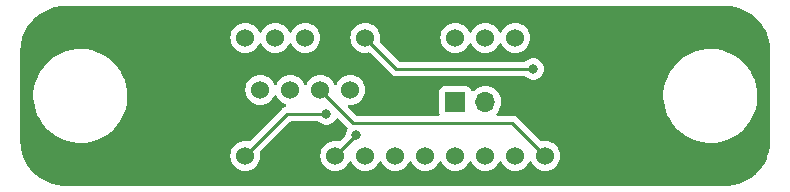
<source format=gbr>
%TF.GenerationSoftware,KiCad,Pcbnew,7.0.7*%
%TF.CreationDate,2023-10-30T23:16:01-05:00*%
%TF.ProjectId,CCD_Breakout,4343445f-4272-4656-916b-6f75742e6b69,rev?*%
%TF.SameCoordinates,Original*%
%TF.FileFunction,Copper,L1,Top*%
%TF.FilePolarity,Positive*%
%FSLAX46Y46*%
G04 Gerber Fmt 4.6, Leading zero omitted, Abs format (unit mm)*
G04 Created by KiCad (PCBNEW 7.0.7) date 2023-10-30 23:16:01*
%MOMM*%
%LPD*%
G01*
G04 APERTURE LIST*
%TA.AperFunction,ComponentPad*%
%ADD10C,1.524000*%
%TD*%
%TA.AperFunction,ComponentPad*%
%ADD11R,1.700000X1.700000*%
%TD*%
%TA.AperFunction,ComponentPad*%
%ADD12O,1.700000X1.700000*%
%TD*%
%TA.AperFunction,ViaPad*%
%ADD13C,0.800000*%
%TD*%
%TA.AperFunction,Conductor*%
%ADD14C,0.254000*%
%TD*%
G04 APERTURE END LIST*
D10*
%TO.P,U1,1,Vout*%
%TO.N,Vout*%
X55626000Y-32004000D03*
%TO.P,U1,2,GND*%
%TO.N,GND*%
X58166000Y-32004000D03*
%TO.P,U1,3,GND*%
X60706000Y-32004000D03*
%TO.P,U1,4,SHSW*%
%TO.N,SHSW*%
X63246000Y-32004000D03*
%TO.P,U1,5,\u00F8CLK*%
%TO.N,\u00F8CLK*%
X65786000Y-32004000D03*
%TO.P,U1,6,VDD*%
%TO.N,+5V*%
X68326000Y-32004000D03*
%TO.P,U1,7,NC*%
%TO.N,unconnected-(U1-NC-Pad7)*%
X70866000Y-32004000D03*
%TO.P,U1,8,NC*%
%TO.N,unconnected-(U1-NC-Pad8)*%
X73406000Y-32004000D03*
%TO.P,U1,9,VDD*%
%TO.N,+5V*%
X75946000Y-32004000D03*
%TO.P,U1,10,NC*%
%TO.N,unconnected-(U1-NC-Pad10)*%
X78486000Y-32004000D03*
%TO.P,U1,11,\u00F8ROG*%
%TO.N,\u00F8ROG*%
X81026000Y-32004000D03*
%TO.P,U1,12,GND*%
%TO.N,GND*%
X81026000Y-22004000D03*
%TO.P,U1,13,NC*%
%TO.N,unconnected-(U1-NC-Pad13)*%
X78486000Y-22004000D03*
%TO.P,U1,14,NC*%
%TO.N,unconnected-(U1-NC-Pad14)*%
X75946000Y-22004000D03*
%TO.P,U1,15,VDD*%
%TO.N,+5V*%
X73406000Y-22004000D03*
%TO.P,U1,16,GND*%
%TO.N,GND*%
X70866000Y-22004000D03*
%TO.P,U1,17,GND*%
X68326000Y-22004000D03*
%TO.P,U1,18,VGG*%
%TO.N,Net-(U1-VGG)*%
X65786000Y-22004000D03*
%TO.P,U1,19,GND*%
%TO.N,GND*%
X63246000Y-22004000D03*
%TO.P,U1,20,VDD*%
%TO.N,+5V*%
X60706000Y-22004000D03*
%TO.P,U1,21,VDD*%
X58166000Y-22004000D03*
%TO.P,U1,22,VDD*%
X55626000Y-22004000D03*
%TD*%
%TO.P,Conn1,1*%
%TO.N,+5V*%
X56896000Y-26416000D03*
%TO.P,Conn1,2*%
%TO.N,\u00F8CLK*%
X59436000Y-26416000D03*
%TO.P,Conn1,3*%
%TO.N,\u00F8ROG*%
X61976000Y-26416000D03*
%TO.P,Conn1,4*%
%TO.N,Vout*%
X64516000Y-26416000D03*
%TO.P,Conn1,5*%
%TO.N,GND*%
X67056000Y-26416000D03*
%TD*%
D11*
%TO.P,J1,1,Pin_1*%
%TO.N,+5V*%
X73406000Y-27432000D03*
D12*
%TO.P,J1,2,Pin_2*%
%TO.N,SHSW*%
X75946000Y-27432000D03*
%TO.P,J1,3,Pin_3*%
%TO.N,GND*%
X78486000Y-27432000D03*
%TD*%
D13*
%TO.N,Net-(U1-VGG)*%
X80010000Y-24638000D03*
%TO.N,SHSW*%
X65024000Y-30226000D03*
%TO.N,Vout*%
X62484000Y-28448000D03*
%TD*%
D14*
%TO.N,Net-(U1-VGG)*%
X68420000Y-24638000D02*
X65786000Y-22004000D01*
X80010000Y-24638000D02*
X68420000Y-24638000D01*
%TO.N,SHSW*%
X65024000Y-30226000D02*
X63246000Y-32004000D01*
%TO.N,Vout*%
X62484000Y-28448000D02*
X59182000Y-28448000D01*
X59182000Y-28448000D02*
X55626000Y-32004000D01*
%TO.N,\u00F8ROG*%
X64770000Y-29210000D02*
X61976000Y-26416000D01*
X81026000Y-32004000D02*
X78232000Y-29210000D01*
X78232000Y-29210000D02*
X64770000Y-29210000D01*
%TD*%
%TA.AperFunction,Conductor*%
%TO.N,GND*%
G36*
X96214139Y-19304501D02*
G01*
X96264470Y-19304501D01*
X96267512Y-19304576D01*
X96357439Y-19308993D01*
X96418505Y-19311993D01*
X96644018Y-19323811D01*
X96649836Y-19324393D01*
X96829435Y-19351034D01*
X97026128Y-19382187D01*
X97031436Y-19383269D01*
X97212900Y-19428724D01*
X97354614Y-19466697D01*
X97400274Y-19478932D01*
X97405116Y-19480444D01*
X97405122Y-19480446D01*
X97583454Y-19544254D01*
X97762735Y-19613074D01*
X97767000Y-19614899D01*
X97767011Y-19614904D01*
X97939387Y-19696432D01*
X98109704Y-19783213D01*
X98113404Y-19785261D01*
X98207542Y-19841685D01*
X98277693Y-19883732D01*
X98437633Y-19987598D01*
X98440799Y-19989797D01*
X98595089Y-20104226D01*
X98595103Y-20104237D01*
X98743227Y-20224185D01*
X98745832Y-20226418D01*
X98887294Y-20354631D01*
X98889498Y-20356730D01*
X99023268Y-20490500D01*
X99025367Y-20492704D01*
X99153580Y-20634166D01*
X99155819Y-20636778D01*
X99185438Y-20673355D01*
X99275773Y-20784910D01*
X99390201Y-20939199D01*
X99392400Y-20942365D01*
X99496267Y-21102306D01*
X99594728Y-21266578D01*
X99596792Y-21270306D01*
X99683566Y-21440610D01*
X99765096Y-21612991D01*
X99766932Y-21617282D01*
X99835755Y-21796572D01*
X99899554Y-21974882D01*
X99901066Y-21979724D01*
X99951282Y-22167126D01*
X99996722Y-22348532D01*
X99997817Y-22353900D01*
X100028965Y-22550561D01*
X100055602Y-22730141D01*
X100056188Y-22735996D01*
X100068007Y-22961511D01*
X100075424Y-23112488D01*
X100075499Y-23115531D01*
X100075499Y-30732468D01*
X100075424Y-30735511D01*
X100068007Y-30886488D01*
X100056188Y-31112002D01*
X100055602Y-31117857D01*
X100028965Y-31297438D01*
X99997817Y-31494098D01*
X99996722Y-31499466D01*
X99951282Y-31680873D01*
X99901066Y-31868274D01*
X99899554Y-31873116D01*
X99835755Y-32051427D01*
X99766931Y-32230716D01*
X99765096Y-32235006D01*
X99683566Y-32407389D01*
X99596791Y-32577692D01*
X99594728Y-32581420D01*
X99496267Y-32745693D01*
X99392400Y-32905633D01*
X99390201Y-32908799D01*
X99275773Y-33063089D01*
X99155825Y-33211213D01*
X99153580Y-33213832D01*
X99025367Y-33355294D01*
X99023268Y-33357498D01*
X98889498Y-33491268D01*
X98887294Y-33493367D01*
X98745832Y-33621580D01*
X98743213Y-33623825D01*
X98595089Y-33743773D01*
X98440799Y-33858201D01*
X98437633Y-33860400D01*
X98277693Y-33964267D01*
X98113420Y-34062728D01*
X98109692Y-34064791D01*
X97939389Y-34151566D01*
X97767006Y-34233096D01*
X97762716Y-34234931D01*
X97583427Y-34303755D01*
X97405116Y-34367554D01*
X97400274Y-34369066D01*
X97212873Y-34419282D01*
X97031466Y-34464722D01*
X97026098Y-34465817D01*
X96829438Y-34496965D01*
X96649857Y-34523602D01*
X96644002Y-34524188D01*
X96418488Y-34536007D01*
X96267512Y-34543424D01*
X96264469Y-34543499D01*
X40387531Y-34543499D01*
X40384488Y-34543424D01*
X40233511Y-34536007D01*
X40007996Y-34524188D01*
X40002141Y-34523602D01*
X39822561Y-34496965D01*
X39625900Y-34465817D01*
X39620532Y-34464722D01*
X39439126Y-34419282D01*
X39251724Y-34369066D01*
X39246882Y-34367554D01*
X39068572Y-34303755D01*
X38889282Y-34234932D01*
X38884991Y-34233096D01*
X38712610Y-34151566D01*
X38542306Y-34064792D01*
X38538578Y-34062728D01*
X38374306Y-33964267D01*
X38214365Y-33860400D01*
X38211199Y-33858201D01*
X38056910Y-33743773D01*
X37908785Y-33623825D01*
X37906166Y-33621580D01*
X37764704Y-33493367D01*
X37762500Y-33491268D01*
X37628730Y-33357498D01*
X37626631Y-33355294D01*
X37498418Y-33213832D01*
X37496185Y-33211227D01*
X37407355Y-33101531D01*
X37376226Y-33063089D01*
X37261797Y-32908799D01*
X37259598Y-32905633D01*
X37155732Y-32745693D01*
X37140413Y-32720135D01*
X37057261Y-32581404D01*
X37055213Y-32577704D01*
X36968433Y-32407389D01*
X36886902Y-32235007D01*
X36885074Y-32230735D01*
X36816244Y-32051427D01*
X36799275Y-32004002D01*
X54358677Y-32004002D01*
X54377929Y-32224062D01*
X54377930Y-32224070D01*
X54435104Y-32437445D01*
X54435105Y-32437447D01*
X54435106Y-32437450D01*
X54500502Y-32577692D01*
X54528466Y-32637662D01*
X54528468Y-32637666D01*
X54655170Y-32818615D01*
X54655175Y-32818621D01*
X54811378Y-32974824D01*
X54811384Y-32974829D01*
X54992333Y-33101531D01*
X54992335Y-33101532D01*
X54992338Y-33101534D01*
X55192550Y-33194894D01*
X55405932Y-33252070D01*
X55563123Y-33265822D01*
X55625998Y-33271323D01*
X55626000Y-33271323D01*
X55626002Y-33271323D01*
X55681016Y-33266509D01*
X55846068Y-33252070D01*
X56059450Y-33194894D01*
X56259662Y-33101534D01*
X56440620Y-32974826D01*
X56596826Y-32818620D01*
X56723534Y-32637662D01*
X56816894Y-32437450D01*
X56874070Y-32224068D01*
X56889175Y-32051415D01*
X56893323Y-32004002D01*
X56893323Y-32003997D01*
X56874070Y-31783937D01*
X56874070Y-31783932D01*
X56862889Y-31742207D01*
X56864553Y-31672357D01*
X56894982Y-31622435D01*
X59405599Y-29111819D01*
X59466923Y-29078334D01*
X59493281Y-29075500D01*
X61782053Y-29075500D01*
X61849092Y-29095185D01*
X61874199Y-29116523D01*
X61878129Y-29120888D01*
X61878132Y-29120891D01*
X61878135Y-29120893D01*
X62031265Y-29232148D01*
X62031270Y-29232151D01*
X62204192Y-29309142D01*
X62204197Y-29309144D01*
X62389354Y-29348500D01*
X62389355Y-29348500D01*
X62578644Y-29348500D01*
X62578646Y-29348500D01*
X62763803Y-29309144D01*
X62936730Y-29232151D01*
X63089871Y-29120888D01*
X63216533Y-28980216D01*
X63295418Y-28843581D01*
X63345982Y-28795369D01*
X63414589Y-28782145D01*
X63479454Y-28808113D01*
X63490484Y-28817903D01*
X64251601Y-29579020D01*
X64285086Y-29640343D01*
X64280102Y-29710035D01*
X64271308Y-29728700D01*
X64206730Y-29840554D01*
X64196820Y-29857718D01*
X64196818Y-29857722D01*
X64159747Y-29971817D01*
X64138326Y-30037744D01*
X64132255Y-30095508D01*
X64121011Y-30202489D01*
X64094426Y-30267103D01*
X64085371Y-30277208D01*
X63627564Y-30735015D01*
X63566241Y-30768500D01*
X63507791Y-30767109D01*
X63466073Y-30755931D01*
X63466070Y-30755930D01*
X63466068Y-30755930D01*
X63356033Y-30746303D01*
X63246002Y-30736677D01*
X63245998Y-30736677D01*
X63025937Y-30755929D01*
X63025929Y-30755930D01*
X62812554Y-30813104D01*
X62812548Y-30813107D01*
X62612340Y-30906465D01*
X62612338Y-30906466D01*
X62431377Y-31033175D01*
X62275175Y-31189377D01*
X62148466Y-31370338D01*
X62148465Y-31370340D01*
X62055107Y-31570548D01*
X62055104Y-31570554D01*
X61997930Y-31783929D01*
X61997929Y-31783937D01*
X61978677Y-32003997D01*
X61978677Y-32004002D01*
X61997929Y-32224062D01*
X61997930Y-32224070D01*
X62055104Y-32437445D01*
X62055105Y-32437447D01*
X62055106Y-32437450D01*
X62120502Y-32577692D01*
X62148466Y-32637662D01*
X62148468Y-32637666D01*
X62275170Y-32818615D01*
X62275175Y-32818621D01*
X62431378Y-32974824D01*
X62431384Y-32974829D01*
X62612333Y-33101531D01*
X62612335Y-33101532D01*
X62612338Y-33101534D01*
X62812550Y-33194894D01*
X63025932Y-33252070D01*
X63183123Y-33265822D01*
X63245998Y-33271323D01*
X63246000Y-33271323D01*
X63246002Y-33271323D01*
X63301016Y-33266509D01*
X63466068Y-33252070D01*
X63679450Y-33194894D01*
X63879662Y-33101534D01*
X64060620Y-32974826D01*
X64216826Y-32818620D01*
X64343534Y-32637662D01*
X64403617Y-32508811D01*
X64449790Y-32456371D01*
X64516983Y-32437219D01*
X64583865Y-32457435D01*
X64628382Y-32508811D01*
X64688464Y-32637658D01*
X64688468Y-32637666D01*
X64815170Y-32818615D01*
X64815175Y-32818621D01*
X64971378Y-32974824D01*
X64971384Y-32974829D01*
X65152333Y-33101531D01*
X65152335Y-33101532D01*
X65152338Y-33101534D01*
X65352550Y-33194894D01*
X65565932Y-33252070D01*
X65723123Y-33265822D01*
X65785998Y-33271323D01*
X65786000Y-33271323D01*
X65786002Y-33271323D01*
X65841016Y-33266509D01*
X66006068Y-33252070D01*
X66219450Y-33194894D01*
X66419662Y-33101534D01*
X66600620Y-32974826D01*
X66756826Y-32818620D01*
X66883534Y-32637662D01*
X66943617Y-32508811D01*
X66989790Y-32456371D01*
X67056983Y-32437219D01*
X67123865Y-32457435D01*
X67168382Y-32508811D01*
X67228464Y-32637658D01*
X67228468Y-32637666D01*
X67355170Y-32818615D01*
X67355175Y-32818621D01*
X67511378Y-32974824D01*
X67511384Y-32974829D01*
X67692333Y-33101531D01*
X67692335Y-33101532D01*
X67692338Y-33101534D01*
X67892550Y-33194894D01*
X68105932Y-33252070D01*
X68263123Y-33265822D01*
X68325998Y-33271323D01*
X68326000Y-33271323D01*
X68326002Y-33271323D01*
X68381016Y-33266509D01*
X68546068Y-33252070D01*
X68759450Y-33194894D01*
X68959662Y-33101534D01*
X69140620Y-32974826D01*
X69296826Y-32818620D01*
X69423534Y-32637662D01*
X69483617Y-32508811D01*
X69529790Y-32456371D01*
X69596983Y-32437219D01*
X69663865Y-32457435D01*
X69708382Y-32508811D01*
X69768464Y-32637658D01*
X69768468Y-32637666D01*
X69895170Y-32818615D01*
X69895175Y-32818621D01*
X70051378Y-32974824D01*
X70051384Y-32974829D01*
X70232333Y-33101531D01*
X70232335Y-33101532D01*
X70232338Y-33101534D01*
X70432550Y-33194894D01*
X70645932Y-33252070D01*
X70803123Y-33265822D01*
X70865998Y-33271323D01*
X70866000Y-33271323D01*
X70866002Y-33271323D01*
X70921016Y-33266509D01*
X71086068Y-33252070D01*
X71299450Y-33194894D01*
X71499662Y-33101534D01*
X71680620Y-32974826D01*
X71836826Y-32818620D01*
X71963534Y-32637662D01*
X72023617Y-32508811D01*
X72069790Y-32456371D01*
X72136983Y-32437219D01*
X72203865Y-32457435D01*
X72248382Y-32508811D01*
X72308464Y-32637658D01*
X72308468Y-32637666D01*
X72435170Y-32818615D01*
X72435175Y-32818621D01*
X72591378Y-32974824D01*
X72591384Y-32974829D01*
X72772333Y-33101531D01*
X72772335Y-33101532D01*
X72772338Y-33101534D01*
X72972550Y-33194894D01*
X73185932Y-33252070D01*
X73343123Y-33265822D01*
X73405998Y-33271323D01*
X73406000Y-33271323D01*
X73406002Y-33271323D01*
X73461016Y-33266509D01*
X73626068Y-33252070D01*
X73839450Y-33194894D01*
X74039662Y-33101534D01*
X74220620Y-32974826D01*
X74376826Y-32818620D01*
X74503534Y-32637662D01*
X74563617Y-32508811D01*
X74609790Y-32456371D01*
X74676983Y-32437219D01*
X74743865Y-32457435D01*
X74788382Y-32508811D01*
X74848464Y-32637658D01*
X74848468Y-32637666D01*
X74975170Y-32818615D01*
X74975175Y-32818621D01*
X75131378Y-32974824D01*
X75131384Y-32974829D01*
X75312333Y-33101531D01*
X75312335Y-33101532D01*
X75312338Y-33101534D01*
X75512550Y-33194894D01*
X75725932Y-33252070D01*
X75883123Y-33265822D01*
X75945998Y-33271323D01*
X75946000Y-33271323D01*
X75946002Y-33271323D01*
X76001016Y-33266509D01*
X76166068Y-33252070D01*
X76379450Y-33194894D01*
X76579662Y-33101534D01*
X76760620Y-32974826D01*
X76916826Y-32818620D01*
X77043534Y-32637662D01*
X77103617Y-32508811D01*
X77149790Y-32456371D01*
X77216983Y-32437219D01*
X77283865Y-32457435D01*
X77328382Y-32508811D01*
X77388464Y-32637658D01*
X77388468Y-32637666D01*
X77515170Y-32818615D01*
X77515175Y-32818621D01*
X77671378Y-32974824D01*
X77671384Y-32974829D01*
X77852333Y-33101531D01*
X77852335Y-33101532D01*
X77852338Y-33101534D01*
X78052550Y-33194894D01*
X78265932Y-33252070D01*
X78423123Y-33265822D01*
X78485998Y-33271323D01*
X78486000Y-33271323D01*
X78486002Y-33271323D01*
X78541016Y-33266509D01*
X78706068Y-33252070D01*
X78919450Y-33194894D01*
X79119662Y-33101534D01*
X79300620Y-32974826D01*
X79456826Y-32818620D01*
X79583534Y-32637662D01*
X79643617Y-32508811D01*
X79689790Y-32456371D01*
X79756983Y-32437219D01*
X79823865Y-32457435D01*
X79868382Y-32508811D01*
X79928464Y-32637658D01*
X79928468Y-32637666D01*
X80055170Y-32818615D01*
X80055175Y-32818621D01*
X80211378Y-32974824D01*
X80211384Y-32974829D01*
X80392333Y-33101531D01*
X80392335Y-33101532D01*
X80392338Y-33101534D01*
X80592550Y-33194894D01*
X80805932Y-33252070D01*
X80963123Y-33265822D01*
X81025998Y-33271323D01*
X81026000Y-33271323D01*
X81026002Y-33271323D01*
X81081016Y-33266509D01*
X81246068Y-33252070D01*
X81459450Y-33194894D01*
X81659662Y-33101534D01*
X81840620Y-32974826D01*
X81996826Y-32818620D01*
X82123534Y-32637662D01*
X82216894Y-32437450D01*
X82274070Y-32224068D01*
X82289175Y-32051415D01*
X82293323Y-32004002D01*
X82293323Y-32003997D01*
X82274070Y-31783937D01*
X82274070Y-31783932D01*
X82216894Y-31570550D01*
X82123534Y-31370339D01*
X81996826Y-31189380D01*
X81840620Y-31033174D01*
X81840616Y-31033171D01*
X81840615Y-31033170D01*
X81659666Y-30906468D01*
X81659662Y-30906466D01*
X81616557Y-30886366D01*
X81459450Y-30813106D01*
X81459447Y-30813105D01*
X81459445Y-30813104D01*
X81246070Y-30755930D01*
X81246062Y-30755929D01*
X81026002Y-30736677D01*
X81025998Y-30736677D01*
X80805938Y-30755929D01*
X80805933Y-30755929D01*
X80805932Y-30755930D01*
X80805929Y-30755930D01*
X80805928Y-30755931D01*
X80764205Y-30767110D01*
X80694356Y-30765445D01*
X80644434Y-30735015D01*
X78734376Y-28824957D01*
X78724531Y-28812668D01*
X78724313Y-28812849D01*
X78719340Y-28806838D01*
X78707127Y-28795369D01*
X78668741Y-28759322D01*
X78658268Y-28748849D01*
X78647797Y-28738377D01*
X78642296Y-28734111D01*
X78637848Y-28730312D01*
X78603768Y-28698308D01*
X78603763Y-28698304D01*
X78586122Y-28688606D01*
X78569857Y-28677922D01*
X78553963Y-28665593D01*
X78553962Y-28665592D01*
X78538804Y-28659032D01*
X78511054Y-28647023D01*
X78505807Y-28644453D01*
X78464837Y-28621929D01*
X78464828Y-28621926D01*
X78445334Y-28616920D01*
X78426933Y-28610620D01*
X78408459Y-28602626D01*
X78408452Y-28602624D01*
X78362287Y-28595313D01*
X78356563Y-28594128D01*
X78311279Y-28582500D01*
X78311272Y-28582500D01*
X78291142Y-28582500D01*
X78271743Y-28580973D01*
X78251868Y-28577825D01*
X78251867Y-28577825D01*
X78205321Y-28582225D01*
X78199483Y-28582500D01*
X77004758Y-28582500D01*
X76937719Y-28562815D01*
X76891964Y-28510011D01*
X76882020Y-28440853D01*
X76911045Y-28377297D01*
X76917077Y-28370819D01*
X76917076Y-28370818D01*
X76984495Y-28303401D01*
X77120035Y-28109830D01*
X77219903Y-27895663D01*
X77281063Y-27667408D01*
X77301659Y-27432000D01*
X77300497Y-27418724D01*
X77284040Y-27230620D01*
X77281063Y-27196592D01*
X77234600Y-27023187D01*
X91018590Y-27023187D01*
X91048230Y-27418711D01*
X91048231Y-27418724D01*
X91117108Y-27809339D01*
X91224530Y-28191137D01*
X91224534Y-28191151D01*
X91369435Y-28560353D01*
X91369440Y-28560365D01*
X91550386Y-28913314D01*
X91550391Y-28913323D01*
X91765586Y-29246509D01*
X91815536Y-29309144D01*
X92012895Y-29556625D01*
X92286854Y-29837500D01*
X92289833Y-29840554D01*
X92593676Y-30095508D01*
X92921394Y-30318942D01*
X93269730Y-30508636D01*
X93635223Y-30662704D01*
X93635232Y-30662706D01*
X93635238Y-30662709D01*
X94014235Y-30779614D01*
X94014248Y-30779617D01*
X94301948Y-30837777D01*
X94403014Y-30858208D01*
X94741300Y-30892058D01*
X94797680Y-30897700D01*
X94797681Y-30897700D01*
X95095103Y-30897700D01*
X95322197Y-30886366D01*
X95392145Y-30882875D01*
X95784353Y-30823759D01*
X96168726Y-30725886D01*
X96541445Y-30590228D01*
X96898803Y-30418133D01*
X96905148Y-30414256D01*
X97237246Y-30211315D01*
X97237245Y-30211315D01*
X97237251Y-30211312D01*
X97553424Y-29971820D01*
X97844181Y-29702037D01*
X98106631Y-29404645D01*
X98338166Y-29082600D01*
X98536485Y-28739101D01*
X98699617Y-28377563D01*
X98825941Y-28001578D01*
X98914201Y-27614885D01*
X98963521Y-27221325D01*
X98971475Y-26902358D01*
X98973409Y-26824826D01*
X98973409Y-26824810D01*
X98959265Y-26636068D01*
X98943769Y-26429280D01*
X98874893Y-26038668D01*
X98767467Y-25656854D01*
X98745695Y-25601381D01*
X98622564Y-25287646D01*
X98622559Y-25287634D01*
X98562290Y-25170075D01*
X98441609Y-24934677D01*
X98226414Y-24601491D01*
X97979114Y-24291386D01*
X97979111Y-24291383D01*
X97979104Y-24291374D01*
X97702176Y-24007455D01*
X97702173Y-24007452D01*
X97702172Y-24007451D01*
X97702167Y-24007446D01*
X97398324Y-23752492D01*
X97325613Y-23702918D01*
X97070605Y-23529057D01*
X96954494Y-23465826D01*
X96722270Y-23339364D01*
X96722262Y-23339360D01*
X96722259Y-23339359D01*
X96356777Y-23185296D01*
X96356761Y-23185290D01*
X95977764Y-23068385D01*
X95977751Y-23068382D01*
X95589000Y-22989794D01*
X95588979Y-22989791D01*
X95194320Y-22950300D01*
X95194319Y-22950300D01*
X94896899Y-22950300D01*
X94896897Y-22950300D01*
X94599855Y-22965124D01*
X94207647Y-23024241D01*
X93823272Y-23122114D01*
X93450549Y-23257774D01*
X93093191Y-23429869D01*
X92754753Y-23636684D01*
X92754742Y-23636692D01*
X92438575Y-23876180D01*
X92438572Y-23876182D01*
X92147813Y-24145968D01*
X91885365Y-24443359D01*
X91653839Y-24765393D01*
X91653826Y-24765413D01*
X91455516Y-25108896D01*
X91292382Y-25470437D01*
X91166059Y-25846419D01*
X91077799Y-26233111D01*
X91028478Y-26626681D01*
X91018590Y-27023173D01*
X91018590Y-27023187D01*
X77234600Y-27023187D01*
X77219903Y-26968337D01*
X77120035Y-26754171D01*
X77114974Y-26746942D01*
X76984494Y-26560597D01*
X76817402Y-26393506D01*
X76817395Y-26393501D01*
X76623834Y-26257967D01*
X76623830Y-26257965D01*
X76570539Y-26233115D01*
X76409663Y-26158097D01*
X76409659Y-26158096D01*
X76409655Y-26158094D01*
X76181413Y-26096938D01*
X76181403Y-26096936D01*
X75946001Y-26076341D01*
X75945999Y-26076341D01*
X75710596Y-26096936D01*
X75710586Y-26096938D01*
X75482344Y-26158094D01*
X75482335Y-26158098D01*
X75268171Y-26257964D01*
X75268169Y-26257965D01*
X75074600Y-26393503D01*
X74952673Y-26515430D01*
X74891350Y-26548914D01*
X74821658Y-26543930D01*
X74765725Y-26502058D01*
X74748810Y-26471081D01*
X74699797Y-26339671D01*
X74699793Y-26339664D01*
X74613547Y-26224455D01*
X74613544Y-26224452D01*
X74498335Y-26138206D01*
X74498328Y-26138202D01*
X74363482Y-26087908D01*
X74363483Y-26087908D01*
X74303883Y-26081501D01*
X74303881Y-26081500D01*
X74303873Y-26081500D01*
X74303864Y-26081500D01*
X72508129Y-26081500D01*
X72508123Y-26081501D01*
X72448516Y-26087908D01*
X72313671Y-26138202D01*
X72313664Y-26138206D01*
X72198455Y-26224452D01*
X72198452Y-26224455D01*
X72112206Y-26339664D01*
X72112202Y-26339671D01*
X72061908Y-26474517D01*
X72055501Y-26534116D01*
X72055500Y-26534135D01*
X72055500Y-28329870D01*
X72055501Y-28329876D01*
X72061909Y-28389484D01*
X72071488Y-28415168D01*
X72076472Y-28484860D01*
X72042986Y-28546182D01*
X71981663Y-28579667D01*
X71955306Y-28582500D01*
X65081281Y-28582500D01*
X65014242Y-28562815D01*
X64993600Y-28546181D01*
X64334706Y-27887287D01*
X64301221Y-27825964D01*
X64306205Y-27756272D01*
X64348077Y-27700339D01*
X64413541Y-27675922D01*
X64433186Y-27676077D01*
X64506466Y-27682488D01*
X64515999Y-27683323D01*
X64516000Y-27683323D01*
X64516002Y-27683323D01*
X64571017Y-27678509D01*
X64736068Y-27664070D01*
X64949450Y-27606894D01*
X65149662Y-27513534D01*
X65330620Y-27386826D01*
X65486826Y-27230620D01*
X65613534Y-27049662D01*
X65706894Y-26849450D01*
X65764070Y-26636068D01*
X65778509Y-26471017D01*
X65783323Y-26416002D01*
X65783323Y-26415997D01*
X65767323Y-26233115D01*
X65764070Y-26195932D01*
X65706894Y-25982550D01*
X65613534Y-25782339D01*
X65486826Y-25601380D01*
X65330620Y-25445174D01*
X65330616Y-25445171D01*
X65330615Y-25445170D01*
X65149666Y-25318468D01*
X65149662Y-25318466D01*
X65149661Y-25318465D01*
X64949450Y-25225106D01*
X64949447Y-25225105D01*
X64949445Y-25225104D01*
X64736070Y-25167930D01*
X64736062Y-25167929D01*
X64516002Y-25148677D01*
X64515998Y-25148677D01*
X64295937Y-25167929D01*
X64295929Y-25167930D01*
X64082554Y-25225104D01*
X64082550Y-25225106D01*
X64069745Y-25231077D01*
X63882340Y-25318465D01*
X63882338Y-25318466D01*
X63701377Y-25445175D01*
X63545175Y-25601377D01*
X63418466Y-25782338D01*
X63418465Y-25782340D01*
X63358382Y-25911189D01*
X63312209Y-25963628D01*
X63245016Y-25982780D01*
X63178135Y-25962564D01*
X63133618Y-25911189D01*
X63073534Y-25782340D01*
X63073533Y-25782338D01*
X62946827Y-25601381D01*
X62883946Y-25538500D01*
X62790620Y-25445174D01*
X62790616Y-25445171D01*
X62790615Y-25445170D01*
X62609666Y-25318468D01*
X62609662Y-25318466D01*
X62609661Y-25318465D01*
X62409450Y-25225106D01*
X62409447Y-25225105D01*
X62409445Y-25225104D01*
X62196070Y-25167930D01*
X62196062Y-25167929D01*
X61976002Y-25148677D01*
X61975998Y-25148677D01*
X61755937Y-25167929D01*
X61755929Y-25167930D01*
X61542554Y-25225104D01*
X61542550Y-25225106D01*
X61529745Y-25231077D01*
X61342340Y-25318465D01*
X61342338Y-25318466D01*
X61161377Y-25445175D01*
X61005175Y-25601377D01*
X60878466Y-25782338D01*
X60878465Y-25782340D01*
X60818382Y-25911189D01*
X60772209Y-25963628D01*
X60705016Y-25982780D01*
X60638135Y-25962564D01*
X60593618Y-25911189D01*
X60533534Y-25782340D01*
X60533533Y-25782338D01*
X60406827Y-25601381D01*
X60343946Y-25538500D01*
X60250620Y-25445174D01*
X60250616Y-25445171D01*
X60250615Y-25445170D01*
X60069666Y-25318468D01*
X60069662Y-25318466D01*
X60069660Y-25318465D01*
X59869450Y-25225106D01*
X59869447Y-25225105D01*
X59869445Y-25225104D01*
X59656070Y-25167930D01*
X59656062Y-25167929D01*
X59436002Y-25148677D01*
X59435998Y-25148677D01*
X59215937Y-25167929D01*
X59215929Y-25167930D01*
X59002554Y-25225104D01*
X59002550Y-25225106D01*
X58989745Y-25231077D01*
X58802340Y-25318465D01*
X58802338Y-25318466D01*
X58621377Y-25445175D01*
X58465175Y-25601377D01*
X58338466Y-25782338D01*
X58338465Y-25782340D01*
X58278382Y-25911189D01*
X58232209Y-25963628D01*
X58165016Y-25982780D01*
X58098135Y-25962564D01*
X58053618Y-25911189D01*
X57993534Y-25782340D01*
X57993533Y-25782338D01*
X57866827Y-25601381D01*
X57803946Y-25538500D01*
X57710620Y-25445174D01*
X57710616Y-25445171D01*
X57710615Y-25445170D01*
X57529666Y-25318468D01*
X57529662Y-25318466D01*
X57529660Y-25318465D01*
X57329450Y-25225106D01*
X57329447Y-25225105D01*
X57329445Y-25225104D01*
X57116070Y-25167930D01*
X57116062Y-25167929D01*
X56896002Y-25148677D01*
X56895998Y-25148677D01*
X56675937Y-25167929D01*
X56675929Y-25167930D01*
X56462554Y-25225104D01*
X56462550Y-25225106D01*
X56449745Y-25231077D01*
X56262340Y-25318465D01*
X56262338Y-25318466D01*
X56081377Y-25445175D01*
X55925175Y-25601377D01*
X55798466Y-25782338D01*
X55798465Y-25782340D01*
X55705107Y-25982548D01*
X55705104Y-25982554D01*
X55647930Y-26195929D01*
X55647929Y-26195937D01*
X55628677Y-26415997D01*
X55628677Y-26416002D01*
X55647929Y-26636062D01*
X55647930Y-26636070D01*
X55705104Y-26849445D01*
X55705105Y-26849447D01*
X55705106Y-26849450D01*
X55738382Y-26920811D01*
X55798466Y-27049662D01*
X55798468Y-27049666D01*
X55925170Y-27230615D01*
X55925175Y-27230621D01*
X56081378Y-27386824D01*
X56081384Y-27386829D01*
X56262333Y-27513531D01*
X56262335Y-27513532D01*
X56262338Y-27513534D01*
X56462550Y-27606894D01*
X56675932Y-27664070D01*
X56833123Y-27677822D01*
X56895998Y-27683323D01*
X56896000Y-27683323D01*
X56896002Y-27683323D01*
X56951017Y-27678509D01*
X57116068Y-27664070D01*
X57329450Y-27606894D01*
X57529662Y-27513534D01*
X57710620Y-27386826D01*
X57866826Y-27230620D01*
X57993534Y-27049662D01*
X58053617Y-26920811D01*
X58099790Y-26868371D01*
X58166983Y-26849219D01*
X58233865Y-26869435D01*
X58278382Y-26920811D01*
X58338464Y-27049658D01*
X58338468Y-27049666D01*
X58465170Y-27230615D01*
X58465175Y-27230621D01*
X58621378Y-27386824D01*
X58621384Y-27386829D01*
X58802333Y-27513531D01*
X58802335Y-27513532D01*
X58802338Y-27513534D01*
X59002550Y-27606894D01*
X59002563Y-27606897D01*
X59007644Y-27608748D01*
X59006770Y-27611147D01*
X59057286Y-27641818D01*
X59087925Y-27704611D01*
X59079751Y-27774001D01*
X59035360Y-27827957D01*
X59011326Y-27840680D01*
X58981242Y-27852592D01*
X58975713Y-27854485D01*
X58930809Y-27867531D01*
X58930808Y-27867531D01*
X58913474Y-27877782D01*
X58896012Y-27886336D01*
X58877300Y-27893745D01*
X58877295Y-27893748D01*
X58839473Y-27921226D01*
X58834591Y-27924433D01*
X58794341Y-27948238D01*
X58780107Y-27962472D01*
X58765318Y-27975104D01*
X58749032Y-27986937D01*
X58719227Y-28022963D01*
X58715295Y-28027285D01*
X56007564Y-30735015D01*
X55946241Y-30768500D01*
X55887791Y-30767109D01*
X55846073Y-30755931D01*
X55846070Y-30755930D01*
X55846068Y-30755930D01*
X55736033Y-30746303D01*
X55626002Y-30736677D01*
X55625998Y-30736677D01*
X55405937Y-30755929D01*
X55405929Y-30755930D01*
X55192554Y-30813104D01*
X55192548Y-30813107D01*
X54992340Y-30906465D01*
X54992338Y-30906466D01*
X54811377Y-31033175D01*
X54655175Y-31189377D01*
X54528466Y-31370338D01*
X54528465Y-31370340D01*
X54435107Y-31570548D01*
X54435104Y-31570554D01*
X54377930Y-31783929D01*
X54377929Y-31783937D01*
X54358677Y-32003997D01*
X54358677Y-32004002D01*
X36799275Y-32004002D01*
X36752444Y-31873116D01*
X36750932Y-31868274D01*
X36738697Y-31822614D01*
X36700724Y-31680900D01*
X36655269Y-31499436D01*
X36654187Y-31494128D01*
X36623034Y-31297435D01*
X36596393Y-31117836D01*
X36595811Y-31112018D01*
X36583986Y-30886366D01*
X36583814Y-30882875D01*
X36576574Y-30735497D01*
X36576500Y-30732510D01*
X36576500Y-27023187D01*
X37678590Y-27023187D01*
X37708230Y-27418711D01*
X37708231Y-27418724D01*
X37777108Y-27809339D01*
X37884530Y-28191137D01*
X37884534Y-28191151D01*
X38029435Y-28560353D01*
X38029440Y-28560365D01*
X38210386Y-28913314D01*
X38210391Y-28913323D01*
X38425586Y-29246509D01*
X38475536Y-29309144D01*
X38672895Y-29556625D01*
X38946854Y-29837500D01*
X38949833Y-29840554D01*
X39253676Y-30095508D01*
X39581394Y-30318942D01*
X39929730Y-30508636D01*
X40295223Y-30662704D01*
X40295232Y-30662706D01*
X40295238Y-30662709D01*
X40674235Y-30779614D01*
X40674248Y-30779617D01*
X40961948Y-30837777D01*
X41063014Y-30858208D01*
X41401300Y-30892058D01*
X41457680Y-30897700D01*
X41457681Y-30897700D01*
X41755103Y-30897700D01*
X41982197Y-30886366D01*
X42052145Y-30882875D01*
X42444353Y-30823759D01*
X42828726Y-30725886D01*
X43201445Y-30590228D01*
X43558803Y-30418133D01*
X43565148Y-30414256D01*
X43897246Y-30211315D01*
X43897245Y-30211315D01*
X43897251Y-30211312D01*
X44213424Y-29971820D01*
X44504181Y-29702037D01*
X44766631Y-29404645D01*
X44998166Y-29082600D01*
X45196485Y-28739101D01*
X45359617Y-28377563D01*
X45485941Y-28001578D01*
X45574201Y-27614885D01*
X45623521Y-27221325D01*
X45631475Y-26902358D01*
X45633409Y-26824826D01*
X45633409Y-26824810D01*
X45619265Y-26636068D01*
X45603769Y-26429280D01*
X45534893Y-26038668D01*
X45427467Y-25656854D01*
X45405695Y-25601381D01*
X45282564Y-25287646D01*
X45282559Y-25287634D01*
X45222290Y-25170075D01*
X45101609Y-24934677D01*
X44886414Y-24601491D01*
X44639114Y-24291386D01*
X44639111Y-24291383D01*
X44639104Y-24291374D01*
X44362176Y-24007455D01*
X44362173Y-24007452D01*
X44362172Y-24007451D01*
X44362167Y-24007446D01*
X44058324Y-23752492D01*
X43985613Y-23702918D01*
X43730605Y-23529057D01*
X43614494Y-23465826D01*
X43382270Y-23339364D01*
X43382262Y-23339360D01*
X43382259Y-23339359D01*
X43016777Y-23185296D01*
X43016761Y-23185290D01*
X42637764Y-23068385D01*
X42637751Y-23068382D01*
X42249000Y-22989794D01*
X42248979Y-22989791D01*
X41854320Y-22950300D01*
X41854319Y-22950300D01*
X41556899Y-22950300D01*
X41556897Y-22950300D01*
X41259855Y-22965124D01*
X40867647Y-23024241D01*
X40483272Y-23122114D01*
X40110549Y-23257774D01*
X39753191Y-23429869D01*
X39414753Y-23636684D01*
X39414742Y-23636692D01*
X39098575Y-23876180D01*
X39098572Y-23876182D01*
X38807813Y-24145968D01*
X38545365Y-24443359D01*
X38313839Y-24765393D01*
X38313826Y-24765413D01*
X38115516Y-25108896D01*
X37952382Y-25470437D01*
X37826059Y-25846419D01*
X37737799Y-26233111D01*
X37688478Y-26626681D01*
X37678590Y-27023173D01*
X37678590Y-27023187D01*
X36576500Y-27023187D01*
X36576500Y-23115526D01*
X36576575Y-23112485D01*
X36583985Y-22961636D01*
X36591480Y-22818621D01*
X36595812Y-22735960D01*
X36596392Y-22730162D01*
X36623020Y-22550647D01*
X36637784Y-22457435D01*
X36654190Y-22353852D01*
X36655269Y-22348559D01*
X36700717Y-22167126D01*
X36744426Y-22004002D01*
X54358677Y-22004002D01*
X54377929Y-22224062D01*
X54377930Y-22224070D01*
X54435104Y-22437445D01*
X54435105Y-22437447D01*
X54435106Y-22437450D01*
X54489552Y-22554210D01*
X54528466Y-22637662D01*
X54528468Y-22637666D01*
X54655170Y-22818615D01*
X54655175Y-22818621D01*
X54811378Y-22974824D01*
X54811384Y-22974829D01*
X54992333Y-23101531D01*
X54992335Y-23101532D01*
X54992338Y-23101534D01*
X55192550Y-23194894D01*
X55405932Y-23252070D01*
X55563123Y-23265822D01*
X55625998Y-23271323D01*
X55626000Y-23271323D01*
X55626002Y-23271323D01*
X55681016Y-23266509D01*
X55846068Y-23252070D01*
X56059450Y-23194894D01*
X56259662Y-23101534D01*
X56440620Y-22974826D01*
X56596826Y-22818620D01*
X56723534Y-22637662D01*
X56783617Y-22508811D01*
X56829790Y-22456371D01*
X56896983Y-22437219D01*
X56963865Y-22457435D01*
X57008382Y-22508811D01*
X57068464Y-22637658D01*
X57068468Y-22637666D01*
X57195170Y-22818615D01*
X57195175Y-22818621D01*
X57351378Y-22974824D01*
X57351384Y-22974829D01*
X57532333Y-23101531D01*
X57532335Y-23101532D01*
X57532338Y-23101534D01*
X57732550Y-23194894D01*
X57945932Y-23252070D01*
X58103123Y-23265822D01*
X58165998Y-23271323D01*
X58166000Y-23271323D01*
X58166002Y-23271323D01*
X58221016Y-23266509D01*
X58386068Y-23252070D01*
X58599450Y-23194894D01*
X58799662Y-23101534D01*
X58980620Y-22974826D01*
X59136826Y-22818620D01*
X59263534Y-22637662D01*
X59323617Y-22508811D01*
X59369790Y-22456371D01*
X59436983Y-22437219D01*
X59503865Y-22457435D01*
X59548382Y-22508811D01*
X59608464Y-22637658D01*
X59608468Y-22637666D01*
X59735170Y-22818615D01*
X59735175Y-22818621D01*
X59891378Y-22974824D01*
X59891384Y-22974829D01*
X60072333Y-23101531D01*
X60072335Y-23101532D01*
X60072338Y-23101534D01*
X60272550Y-23194894D01*
X60485932Y-23252070D01*
X60643123Y-23265822D01*
X60705998Y-23271323D01*
X60706000Y-23271323D01*
X60706002Y-23271323D01*
X60761016Y-23266509D01*
X60926068Y-23252070D01*
X61139450Y-23194894D01*
X61339662Y-23101534D01*
X61520620Y-22974826D01*
X61676826Y-22818620D01*
X61803534Y-22637662D01*
X61896894Y-22437450D01*
X61954070Y-22224068D01*
X61973323Y-22004002D01*
X64518677Y-22004002D01*
X64537929Y-22224062D01*
X64537930Y-22224070D01*
X64595104Y-22437445D01*
X64595105Y-22437447D01*
X64595106Y-22437450D01*
X64649552Y-22554210D01*
X64688466Y-22637662D01*
X64688468Y-22637666D01*
X64815170Y-22818615D01*
X64815175Y-22818621D01*
X64971378Y-22974824D01*
X64971384Y-22974829D01*
X65152333Y-23101531D01*
X65152335Y-23101532D01*
X65152338Y-23101534D01*
X65352550Y-23194894D01*
X65565932Y-23252070D01*
X65723123Y-23265822D01*
X65785998Y-23271323D01*
X65786000Y-23271323D01*
X65786002Y-23271323D01*
X65841016Y-23266509D01*
X66006068Y-23252070D01*
X66047791Y-23240890D01*
X66117640Y-23242553D01*
X66167565Y-23272984D01*
X67917624Y-25023043D01*
X67927471Y-25035333D01*
X67927689Y-25035154D01*
X67932657Y-25041160D01*
X67983257Y-25088677D01*
X68003477Y-25108896D01*
X68004205Y-25109624D01*
X68009706Y-25113891D01*
X68014145Y-25117682D01*
X68048233Y-25149693D01*
X68065884Y-25159396D01*
X68082134Y-25170071D01*
X68098038Y-25182408D01*
X68098041Y-25182410D01*
X68140942Y-25200974D01*
X68146190Y-25203544D01*
X68187166Y-25226072D01*
X68206240Y-25230969D01*
X68206660Y-25231077D01*
X68225064Y-25237377D01*
X68243542Y-25245374D01*
X68287038Y-25252262D01*
X68289724Y-25252688D01*
X68295429Y-25253869D01*
X68340728Y-25265500D01*
X68360858Y-25265500D01*
X68380257Y-25267027D01*
X68400133Y-25270175D01*
X68442779Y-25266143D01*
X68446679Y-25265775D01*
X68452517Y-25265500D01*
X79308053Y-25265500D01*
X79375092Y-25285185D01*
X79400199Y-25306523D01*
X79404129Y-25310888D01*
X79404132Y-25310891D01*
X79404135Y-25310893D01*
X79557265Y-25422148D01*
X79557270Y-25422151D01*
X79730192Y-25499142D01*
X79730197Y-25499144D01*
X79915354Y-25538500D01*
X79915355Y-25538500D01*
X80104644Y-25538500D01*
X80104646Y-25538500D01*
X80289803Y-25499144D01*
X80462730Y-25422151D01*
X80615871Y-25310888D01*
X80742533Y-25170216D01*
X80837179Y-25006284D01*
X80895674Y-24826256D01*
X80915460Y-24638000D01*
X80895674Y-24449744D01*
X80837179Y-24269716D01*
X80742533Y-24105784D01*
X80615871Y-23965112D01*
X80615870Y-23965111D01*
X80462734Y-23853851D01*
X80462729Y-23853848D01*
X80289807Y-23776857D01*
X80289802Y-23776855D01*
X80144000Y-23745865D01*
X80104646Y-23737500D01*
X79915354Y-23737500D01*
X79882897Y-23744398D01*
X79730197Y-23776855D01*
X79730192Y-23776857D01*
X79557270Y-23853848D01*
X79557265Y-23853851D01*
X79404135Y-23965106D01*
X79404132Y-23965108D01*
X79402175Y-23967281D01*
X79400200Y-23969474D01*
X79340714Y-24006121D01*
X79308053Y-24010500D01*
X68731281Y-24010500D01*
X68664242Y-23990815D01*
X68643600Y-23974181D01*
X67054984Y-22385565D01*
X67021499Y-22324242D01*
X67022890Y-22265790D01*
X67034069Y-22224070D01*
X67034070Y-22224068D01*
X67053323Y-22004002D01*
X72138677Y-22004002D01*
X72157929Y-22224062D01*
X72157930Y-22224070D01*
X72215104Y-22437445D01*
X72215105Y-22437447D01*
X72215106Y-22437450D01*
X72269552Y-22554210D01*
X72308466Y-22637662D01*
X72308468Y-22637666D01*
X72435170Y-22818615D01*
X72435175Y-22818621D01*
X72591378Y-22974824D01*
X72591384Y-22974829D01*
X72772333Y-23101531D01*
X72772335Y-23101532D01*
X72772338Y-23101534D01*
X72972550Y-23194894D01*
X73185932Y-23252070D01*
X73343123Y-23265822D01*
X73405998Y-23271323D01*
X73406000Y-23271323D01*
X73406002Y-23271323D01*
X73461016Y-23266509D01*
X73626068Y-23252070D01*
X73839450Y-23194894D01*
X74039662Y-23101534D01*
X74220620Y-22974826D01*
X74376826Y-22818620D01*
X74503534Y-22637662D01*
X74563617Y-22508811D01*
X74609790Y-22456371D01*
X74676983Y-22437219D01*
X74743865Y-22457435D01*
X74788382Y-22508811D01*
X74848464Y-22637658D01*
X74848468Y-22637666D01*
X74975170Y-22818615D01*
X74975175Y-22818621D01*
X75131378Y-22974824D01*
X75131384Y-22974829D01*
X75312333Y-23101531D01*
X75312335Y-23101532D01*
X75312338Y-23101534D01*
X75512550Y-23194894D01*
X75725932Y-23252070D01*
X75883123Y-23265822D01*
X75945998Y-23271323D01*
X75946000Y-23271323D01*
X75946002Y-23271323D01*
X76001016Y-23266509D01*
X76166068Y-23252070D01*
X76379450Y-23194894D01*
X76579662Y-23101534D01*
X76760620Y-22974826D01*
X76916826Y-22818620D01*
X77043534Y-22637662D01*
X77103617Y-22508811D01*
X77149790Y-22456371D01*
X77216983Y-22437219D01*
X77283865Y-22457435D01*
X77328382Y-22508811D01*
X77388464Y-22637658D01*
X77388468Y-22637666D01*
X77515170Y-22818615D01*
X77515175Y-22818621D01*
X77671378Y-22974824D01*
X77671384Y-22974829D01*
X77852333Y-23101531D01*
X77852335Y-23101532D01*
X77852338Y-23101534D01*
X78052550Y-23194894D01*
X78265932Y-23252070D01*
X78423123Y-23265822D01*
X78485998Y-23271323D01*
X78486000Y-23271323D01*
X78486002Y-23271323D01*
X78541016Y-23266509D01*
X78706068Y-23252070D01*
X78919450Y-23194894D01*
X79119662Y-23101534D01*
X79300620Y-22974826D01*
X79456826Y-22818620D01*
X79583534Y-22637662D01*
X79676894Y-22437450D01*
X79734070Y-22224068D01*
X79753323Y-22004000D01*
X79734070Y-21783932D01*
X79676894Y-21570550D01*
X79583534Y-21370339D01*
X79456826Y-21189380D01*
X79300620Y-21033174D01*
X79300616Y-21033171D01*
X79300615Y-21033170D01*
X79119666Y-20906468D01*
X79119662Y-20906466D01*
X79119662Y-20906465D01*
X78919450Y-20813106D01*
X78919447Y-20813105D01*
X78919445Y-20813104D01*
X78706070Y-20755930D01*
X78706062Y-20755929D01*
X78486002Y-20736677D01*
X78485998Y-20736677D01*
X78265937Y-20755929D01*
X78265929Y-20755930D01*
X78052554Y-20813104D01*
X78052548Y-20813107D01*
X77852340Y-20906465D01*
X77852338Y-20906466D01*
X77671377Y-21033175D01*
X77515175Y-21189377D01*
X77388466Y-21370338D01*
X77388465Y-21370340D01*
X77328382Y-21499189D01*
X77282209Y-21551628D01*
X77215016Y-21570780D01*
X77148135Y-21550564D01*
X77103618Y-21499189D01*
X77043534Y-21370340D01*
X77043533Y-21370338D01*
X76916827Y-21189381D01*
X76880095Y-21152649D01*
X76760620Y-21033174D01*
X76760616Y-21033171D01*
X76760615Y-21033170D01*
X76579666Y-20906468D01*
X76579662Y-20906466D01*
X76579662Y-20906465D01*
X76379450Y-20813106D01*
X76379447Y-20813105D01*
X76379445Y-20813104D01*
X76166070Y-20755930D01*
X76166062Y-20755929D01*
X75946002Y-20736677D01*
X75945998Y-20736677D01*
X75725937Y-20755929D01*
X75725929Y-20755930D01*
X75512554Y-20813104D01*
X75512548Y-20813107D01*
X75312340Y-20906465D01*
X75312338Y-20906466D01*
X75131377Y-21033175D01*
X74975175Y-21189377D01*
X74848466Y-21370338D01*
X74848465Y-21370340D01*
X74788382Y-21499189D01*
X74742209Y-21551628D01*
X74675016Y-21570780D01*
X74608135Y-21550564D01*
X74563618Y-21499189D01*
X74503534Y-21370340D01*
X74503533Y-21370338D01*
X74376827Y-21189381D01*
X74340095Y-21152649D01*
X74220620Y-21033174D01*
X74220616Y-21033171D01*
X74220615Y-21033170D01*
X74039666Y-20906468D01*
X74039662Y-20906466D01*
X74039662Y-20906465D01*
X73839450Y-20813106D01*
X73839447Y-20813105D01*
X73839445Y-20813104D01*
X73626070Y-20755930D01*
X73626062Y-20755929D01*
X73406002Y-20736677D01*
X73405998Y-20736677D01*
X73185937Y-20755929D01*
X73185929Y-20755930D01*
X72972554Y-20813104D01*
X72972548Y-20813107D01*
X72772340Y-20906465D01*
X72772338Y-20906466D01*
X72591377Y-21033175D01*
X72435175Y-21189377D01*
X72308466Y-21370338D01*
X72308465Y-21370340D01*
X72215107Y-21570548D01*
X72215104Y-21570554D01*
X72157930Y-21783929D01*
X72157929Y-21783937D01*
X72138677Y-22003997D01*
X72138677Y-22004002D01*
X67053323Y-22004002D01*
X67053323Y-22004000D01*
X67034070Y-21783932D01*
X66976894Y-21570550D01*
X66883534Y-21370339D01*
X66756826Y-21189380D01*
X66600620Y-21033174D01*
X66600616Y-21033171D01*
X66600615Y-21033170D01*
X66419666Y-20906468D01*
X66419662Y-20906466D01*
X66419662Y-20906465D01*
X66219450Y-20813106D01*
X66219447Y-20813105D01*
X66219445Y-20813104D01*
X66006070Y-20755930D01*
X66006062Y-20755929D01*
X65786002Y-20736677D01*
X65785998Y-20736677D01*
X65565937Y-20755929D01*
X65565929Y-20755930D01*
X65352554Y-20813104D01*
X65352548Y-20813107D01*
X65152340Y-20906465D01*
X65152338Y-20906466D01*
X64971377Y-21033175D01*
X64815175Y-21189377D01*
X64688466Y-21370338D01*
X64688465Y-21370340D01*
X64595107Y-21570548D01*
X64595104Y-21570554D01*
X64537930Y-21783929D01*
X64537929Y-21783937D01*
X64518677Y-22003997D01*
X64518677Y-22004002D01*
X61973323Y-22004002D01*
X61973323Y-22004000D01*
X61954070Y-21783932D01*
X61896894Y-21570550D01*
X61803534Y-21370339D01*
X61676826Y-21189380D01*
X61520620Y-21033174D01*
X61520616Y-21033171D01*
X61520615Y-21033170D01*
X61339666Y-20906468D01*
X61339662Y-20906466D01*
X61339662Y-20906465D01*
X61139450Y-20813106D01*
X61139447Y-20813105D01*
X61139445Y-20813104D01*
X60926070Y-20755930D01*
X60926062Y-20755929D01*
X60706002Y-20736677D01*
X60705998Y-20736677D01*
X60485937Y-20755929D01*
X60485929Y-20755930D01*
X60272554Y-20813104D01*
X60272548Y-20813107D01*
X60072340Y-20906465D01*
X60072338Y-20906466D01*
X59891377Y-21033175D01*
X59735175Y-21189377D01*
X59608466Y-21370338D01*
X59608465Y-21370340D01*
X59548382Y-21499189D01*
X59502209Y-21551628D01*
X59435016Y-21570780D01*
X59368135Y-21550564D01*
X59323618Y-21499189D01*
X59263534Y-21370340D01*
X59263533Y-21370338D01*
X59136827Y-21189381D01*
X59100095Y-21152649D01*
X58980620Y-21033174D01*
X58980616Y-21033171D01*
X58980615Y-21033170D01*
X58799666Y-20906468D01*
X58799662Y-20906466D01*
X58799661Y-20906465D01*
X58599450Y-20813106D01*
X58599447Y-20813105D01*
X58599445Y-20813104D01*
X58386070Y-20755930D01*
X58386062Y-20755929D01*
X58166002Y-20736677D01*
X58165998Y-20736677D01*
X57945937Y-20755929D01*
X57945929Y-20755930D01*
X57732554Y-20813104D01*
X57732548Y-20813107D01*
X57532340Y-20906465D01*
X57532338Y-20906466D01*
X57351377Y-21033175D01*
X57195175Y-21189377D01*
X57068466Y-21370338D01*
X57068465Y-21370340D01*
X57008382Y-21499189D01*
X56962209Y-21551628D01*
X56895016Y-21570780D01*
X56828135Y-21550564D01*
X56783618Y-21499189D01*
X56723534Y-21370340D01*
X56723533Y-21370338D01*
X56596827Y-21189381D01*
X56560095Y-21152649D01*
X56440620Y-21033174D01*
X56440616Y-21033171D01*
X56440615Y-21033170D01*
X56259666Y-20906468D01*
X56259662Y-20906466D01*
X56259661Y-20906465D01*
X56059450Y-20813106D01*
X56059447Y-20813105D01*
X56059445Y-20813104D01*
X55846070Y-20755930D01*
X55846062Y-20755929D01*
X55626002Y-20736677D01*
X55625998Y-20736677D01*
X55405937Y-20755929D01*
X55405929Y-20755930D01*
X55192554Y-20813104D01*
X55192548Y-20813107D01*
X54992340Y-20906465D01*
X54992338Y-20906466D01*
X54811377Y-21033175D01*
X54655175Y-21189377D01*
X54528466Y-21370338D01*
X54528465Y-21370340D01*
X54435107Y-21570548D01*
X54435104Y-21570554D01*
X54377930Y-21783929D01*
X54377929Y-21783937D01*
X54358677Y-22003997D01*
X54358677Y-22004002D01*
X36744426Y-22004002D01*
X36750936Y-21979705D01*
X36752443Y-21974882D01*
X36816246Y-21796564D01*
X36885086Y-21617231D01*
X36886885Y-21613026D01*
X36968437Y-21440597D01*
X37055223Y-21270271D01*
X37057237Y-21266632D01*
X37155737Y-21102295D01*
X37259607Y-20942349D01*
X37261789Y-20939209D01*
X37261797Y-20939199D01*
X37376239Y-20784890D01*
X37496193Y-20636759D01*
X37498381Y-20634207D01*
X37626694Y-20492636D01*
X37628707Y-20490522D01*
X37762522Y-20356707D01*
X37764636Y-20354694D01*
X37906207Y-20226381D01*
X37908759Y-20224193D01*
X38056882Y-20104246D01*
X38211216Y-19989783D01*
X38214349Y-19987607D01*
X38374267Y-19883754D01*
X38538632Y-19785237D01*
X38542271Y-19783223D01*
X38712600Y-19696436D01*
X38885026Y-19614885D01*
X38889231Y-19613086D01*
X39068564Y-19544246D01*
X39246886Y-19480441D01*
X39251705Y-19478936D01*
X39439132Y-19428715D01*
X39620559Y-19383269D01*
X39625852Y-19382190D01*
X39822637Y-19351022D01*
X40002162Y-19324392D01*
X40007960Y-19323812D01*
X40233449Y-19311994D01*
X40317525Y-19307863D01*
X40384486Y-19304575D01*
X40387528Y-19304500D01*
X96214136Y-19304500D01*
X96214139Y-19304501D01*
G37*
%TD.AperFunction*%
%TD*%
M02*

</source>
